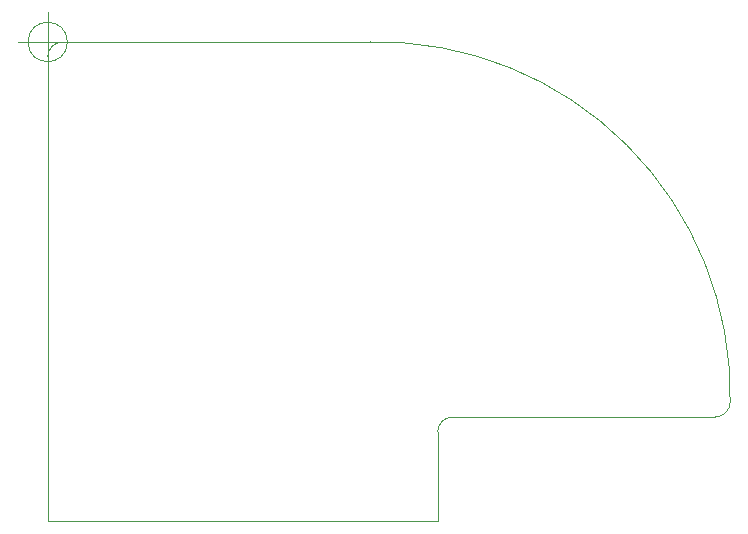
<source format=gbr>
G04 #@! TF.GenerationSoftware,KiCad,Pcbnew,(5.1.4)-1*
G04 #@! TF.CreationDate,2019-12-12T19:55:19+09:00*
G04 #@! TF.ProjectId,microcar_head,6d696372-6f63-4617-925f-686561642e6b,rev?*
G04 #@! TF.SameCoordinates,Original*
G04 #@! TF.FileFunction,Profile,NP*
%FSLAX46Y46*%
G04 Gerber Fmt 4.6, Leading zero omitted, Abs format (unit mm)*
G04 Created by KiCad (PCBNEW (5.1.4)-1) date 2019-12-12 19:55:19*
%MOMM*%
%LPD*%
G04 APERTURE LIST*
%ADD10C,0.050000*%
G04 APERTURE END LIST*
D10*
X76835000Y-55245000D02*
G75*
G02X75565000Y-56515000I-1270000J0D01*
G01*
X20716666Y-24765000D02*
G75*
G03X20716666Y-24765000I-1666666J0D01*
G01*
X16550000Y-24765000D02*
X21550000Y-24765000D01*
X19050000Y-22265000D02*
X19050000Y-27265000D01*
X46374664Y-24764590D02*
G75*
G02X76835000Y-55245000I615337J-29845411D01*
G01*
X19050000Y-26035000D02*
G75*
G02X20320000Y-24765000I1270000J0D01*
G01*
X52070000Y-57785000D02*
G75*
G02X53340000Y-56515000I1270000J0D01*
G01*
X75565000Y-56515000D02*
X53340000Y-56515000D01*
X52070000Y-57785000D02*
X52070000Y-65320000D01*
X19050000Y-65320000D02*
X52070000Y-65320000D01*
X20320000Y-24765000D02*
X46374664Y-24764590D01*
X19050000Y-26035000D02*
X19050000Y-65320000D01*
M02*

</source>
